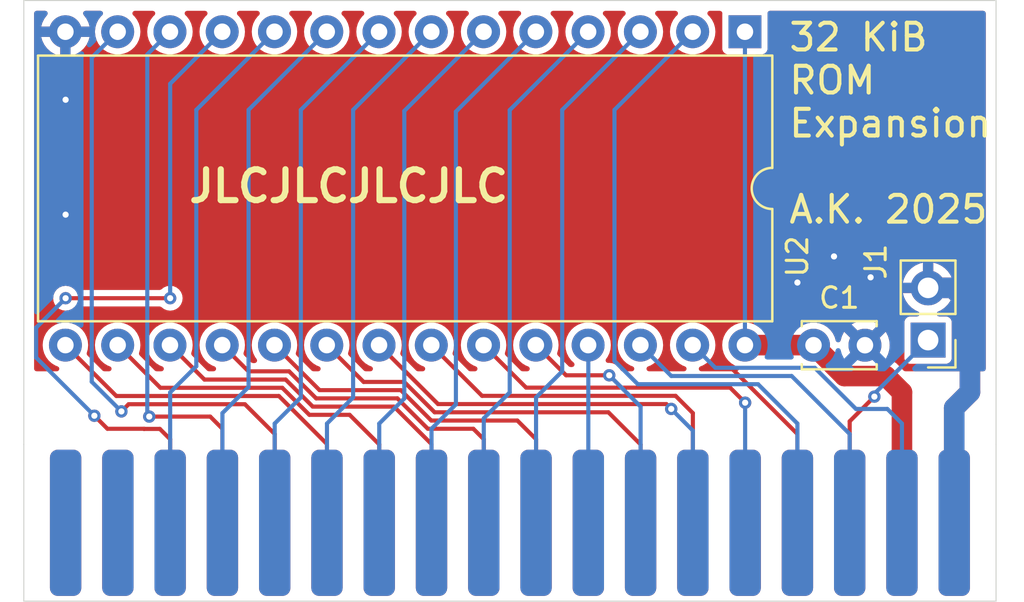
<source format=kicad_pcb>
(kicad_pcb (version 20240108) (generator "pcbnew") (generator_version "8.0")
  (layers (0 "F.Cu" signal) (31 "B.Cu" signal) (34 "B.Paste" user) (35 "F.Paste" user) (36 "B.SilkS" user "B.Silkscreen") (37 "F.SilkS" user "F.Silkscreen") (38 "B.Mask" user) (39 "F.Mask" user) (44 "Edge.Cuts" user))
  (net 0 "")
  (net 1 "GND")
  (net 2 "Net-(U1-A14)")
  (net 3 "VCC")
  (net 4 "Net-(J1-Pin_1)")
  (net 5 "Net-(U1-A12)")
  (net 6 "Net-(U1-D2)")
  (net 7 "Net-(U1-A2)")
  (net 8 "Net-(U1-D0)")
  (net 9 "Net-(U1-A1)")
  (net 10 "Net-(U1-A10)")
  (net 11 "Net-(U1-A3)")
  (net 13 "Net-(U1-A13)")
  (net 14 "Net-(U1-A7)")
  (net 15 "Net-(U1-A6)")
  (net 16 "Net-(U1-D3)")
  (net 18 "Net-(U1-D1)")
  (net 19 "Net-(U1-~{RD})")
  (net 20 "Net-(U1-A9)")
  (net 21 "Net-(U1-D7)")
  (net 22 "Net-(U1-~{CS})")
  (net 23 "Net-(U1-D4)")
  (net 24 "Net-(U1-A5)")
  (net 25 "Net-(U1-D6)")
  (net 26 "Net-(U1-A8)")
  (net 27 "Net-(U1-A11)")
  (net 28 "Net-(U1-A4)")
  (net 29 "Net-(U1-A0)")
  (net 30 "Net-(U1-D5)")
  (footprint "Connector_PinHeader_2.54mm:PinHeader_1x02_P2.54mm_Vertical" (layer "F.Cu") (at 124.46 67.569 180)
    (property "Reference" "J1" (at 2.54 3.815 90) (layer "F.SilkS"))
    (property "Value" "Conn_01x02")
    (fp_line (start 1.33 1.27) (end 1.33 3.87) (stroke (width 0.12)) (layer "F.SilkS"))
    (fp_line (start -1.33 3.87) (end 1.33 3.87) (stroke (width 0.12)) (layer "F.SilkS"))
    (fp_line (start -1.33 1.27) (end 1.33 1.27) (stroke (width 0.12)) (layer "F.SilkS"))
    (fp_line (start -1.33 1.27) (end -1.33 3.87) (stroke (width 0.12)) (layer "F.SilkS"))
    (fp_line (start -1.33 0) (end -1.33 -1.33) (stroke (width 0.12)) (layer "F.SilkS"))
    (fp_line (start -1.33 -1.33) (end 0 -1.33) (stroke (width 0.12)) (layer "F.SilkS"))
    (pad "1" thru_hole rect (at 0 0 180) (size 1.7 1.7) (drill 1) (layers "*.Cu" "*.Mask") (net 4 "Net-(J1-Pin_1)"))
    (pad "2" thru_hole oval (at 0 2.54 180) (size 1.7 1.7) (drill 1) (layers "*.Cu" "*.Mask") (net 1 "GND"))
  )
  (footprint "8bits:CART_FELLA_38" (layer "F.Cu") (at 104.14 76.2)
    (property "Reference" "U1" (hide yes))
    (property "Value" "~" (hide yes))
    (pad "1" connect roundrect (at -21.59 0.254) (size 1.524 7.112) (layers "B.Cu") (net 1 "GND"))
    (pad "2" connect roundrect (at -19.05 0.254) (size 1.524 7.112) (layers "B.Cu") (net 3 "VCC"))
    (pad "3" connect roundrect (at -16.51 0.254) (size 1.524 7.112) (layers "B.Cu") (net 29 "Net-(U1-A0)"))
    (pad "4" connect roundrect (at -13.97 0.254) (size 1.524 7.112) (layers "B.Cu") (net 9 "Net-(U1-A1)"))
    (pad "5" connect roundrect (at -11.43 0.254) (size 1.524 7.112) (layers "B.Cu") (net 7 "Net-(U1-A2)"))
    (pad "6" connect roundrect (at -8.89 0.254) (size 1.524 7.112) (layers "B.Cu") (net 11 "Net-(U1-A3)"))
    (pad "7" connect roundrect (at -6.35 0.254) (size 1.524 7.112) (layers "B.Cu") (net 28 "Net-(U1-A4)"))
    (pad "8" connect roundrect (at -3.81 0.254) (size 1.524 7.112) (layers "B.Cu") (net 24 "Net-(U1-A5)"))
    (pad "9" connect roundrect (at -1.27 0.254) (size 1.524 7.112) (layers "B.Cu") (net 15 "Net-(U1-A6)"))
    (pad "10" connect roundrect (at 1.27 0.254) (size 1.524 7.112) (layers "B.Cu") (net 14 "Net-(U1-A7)"))
    (pad "11" connect roundrect (at 3.81 0.254) (size 1.524 7.112) (layers "B.Cu") (net 26 "Net-(U1-A8)"))
    (pad "12" connect roundrect (at 6.35 0.254) (size 1.524 7.112) (layers "B.Cu") (net 20 "Net-(U1-A9)"))
    (pad "13" connect roundrect (at 8.89 0.254) (size 1.524 7.112) (layers "B.Cu") (net 10 "Net-(U1-A10)"))
    (pad "14" connect roundrect (at 11.43 0.254) (size 1.524 7.112) (layers "B.Cu") (net 27 "Net-(U1-A11)"))
    (pad "15" connect roundrect (at 13.97 0.254) (size 1.524 7.112) (layers "B.Cu") (net 5 "Net-(U1-A12)"))
    (pad "16" connect roundrect (at 16.51 0.254) (size 1.524 7.112) (layers "B.Cu") (net 13 "Net-(U1-A13)"))
    (pad "17" connect roundrect (at 19.05 0.254) (size 1.524 7.112) (layers "B.Cu") (net 2 "Net-(U1-A14)"))
    (pad "18" connect roundrect (at 21.59 0.254) (size 1.524 7.112) (layers "B.Cu") (net 1 "GND"))
    (pad "19" connect roundrect (at -21.59 0.254) (size 1.524 7.112) (layers "F.Cu") (net 1 "GND"))
    (pad "20" connect roundrect (at -19.05 0.254) (size 1.524 7.112) (layers "F.Cu") (net 3 "VCC"))
    (pad "21" connect roundrect (at -16.51 0.254) (size 1.524 7.112) (layers "F.Cu") (net 8 "Net-(U1-D0)"))
    (pad "22" connect roundrect (at -13.97 0.254) (size 1.524 7.112) (layers "F.Cu") (net 18 "Net-(U1-D1)"))
    (pad "23" connect roundrect (at -11.43 0.254) (size 1.524 7.112) (layers "F.Cu") (net 6 "Net-(U1-D2)"))
    (pad "24" connect roundrect (at -8.89 0.254) (size 1.524 7.112) (layers "F.Cu") (net 16 "Net-(U1-D3)"))
    (pad "25" connect roundrect (at -6.35 0.254) (size 1.524 7.112) (layers "F.Cu") (net 23 "Net-(U1-D4)"))
    (pad "26" connect roundrect (at -3.81 0.254) (size 1.524 7.112) (layers "F.Cu") (net 30 "Net-(U1-D5)"))
    (pad "27" connect roundrect (at -1.27 0.254) (size 1.524 7.112) (layers "F.Cu") (net 25 "Net-(U1-D6)"))
    (pad "28" connect roundrect (at 1.27 0.254) (size 1.524 7.112) (layers "F.Cu") (net 21 "Net-(U1-D7)"))
    (pad "29" connect roundrect (at 3.81 0.254) (size 1.524 7.112) (layers "F.Cu"))
    (pad "30" connect roundrect (at 6.35 0.254) (size 1.524 7.112) (layers "F.Cu") (net 22 "Net-(U1-~{CS})"))
    (pad "31" connect roundrect (at 8.89 0.254) (size 1.524 7.112) (layers "F.Cu") (net 19 "Net-(U1-~{RD})"))
    (pad "32" connect roundrect (at 11.43 0.254) (size 1.524 7.112) (layers "F.Cu"))
    (pad "33" connect roundrect (at 13.97 0.254) (size 1.524 7.112) (layers "F.Cu") (net 1 "GND"))
    (pad "34" connect roundrect (at 16.51 0.254) (size 1.524 7.112) (layers "F.Cu") (net 4 "Net-(J1-Pin_1)"))
    (pad "35" connect roundrect (at 19.05 0.254) (size 1.524 7.112) (layers "F.Cu") (net 3 "VCC"))
    (pad "36" connect roundrect (at 21.59 0.254) (size 1.524 7.112) (layers "F.Cu") (net 1 "GND"))
  )
  (footprint "Package_DIP:DIP-28_W15.24mm" (layer "F.Cu") (at 115.56 52.573 -90)
    (property "Reference" "U2" (at 10.927 -2.55 90) (layer "F.SilkS"))
    (property "Value" "27256")
    (fp_line (start 1.16 34.35) (end 14.08 34.35) (stroke (width 0.12)) (layer "F.SilkS"))
    (fp_line (start 14.08 34.35) (end 14.08 -1.33) (stroke (width 0.12)) (layer "F.SilkS"))
    (fp_line (start 1.16 -1.33) (end 1.16 34.35) (stroke (width 0.12)) (layer "F.SilkS"))
    (fp_line (start 6.62 -1.33) (end 1.16 -1.33) (stroke (width 0.12)) (layer "F.SilkS"))
    (fp_line (start 14.08 -1.33) (end 8.62 -1.33) (stroke (width 0.12)) (layer "F.SilkS"))
    (fp_arc (start 8.62 -1.33) (mid 7.62 -0.33) (end 6.62 -1.33) (stroke (width 0.12)) (layer "F.SilkS"))
    (pad "1" thru_hole rect (at 0 0 270) (size 1.6 1.6) (drill 0.8) (layers "*.Cu" "*.Mask") (net 3 "VCC"))
    (pad "2" thru_hole oval (at 0 2.54 270) (size 1.6 1.6) (drill 0.8) (layers "*.Cu" "*.Mask") (net 5 "Net-(U1-A12)"))
    (pad "3" thru_hole oval (at 0 5.08 270) (size 1.6 1.6) (drill 0.8) (layers "*.Cu" "*.Mask") (net 14 "Net-(U1-A7)"))
    (pad "4" thru_hole oval (at 0 7.62 270) (size 1.6 1.6) (drill 0.8) (layers "*.Cu" "*.Mask") (net 15 "Net-(U1-A6)"))
    (pad "5" thru_hole oval (at 0 10.16 270) (size 1.6 1.6) (drill 0.8) (layers "*.Cu" "*.Mask") (net 24 "Net-(U1-A5)"))
    (pad "6" thru_hole oval (at 0 12.7 270) (size 1.6 1.6) (drill 0.8) (layers "*.Cu" "*.Mask") (net 28 "Net-(U1-A4)"))
    (pad "7" thru_hole oval (at 0 15.24 270) (size 1.6 1.6) (drill 0.8) (layers "*.Cu" "*.Mask") (net 11 "Net-(U1-A3)"))
    (pad "8" thru_hole oval (at 0 17.78 270) (size 1.6 1.6) (drill 0.8) (layers "*.Cu" "*.Mask") (net 7 "Net-(U1-A2)"))
    (pad "9" thru_hole oval (at 0 20.32 270) (size 1.6 1.6) (drill 0.8) (layers "*.Cu" "*.Mask") (net 9 "Net-(U1-A1)"))
    (pad "10" thru_hole oval (at 0 22.86 270) (size 1.6 1.6) (drill 0.8) (layers "*.Cu" "*.Mask") (net 29 "Net-(U1-A0)"))
    (pad "11" thru_hole oval (at 0 25.4 270) (size 1.6 1.6) (drill 0.8) (layers "*.Cu" "*.Mask") (net 8 "Net-(U1-D0)"))
    (pad "12" thru_hole oval (at 0 27.94 270) (size 1.6 1.6) (drill 0.8) (layers "*.Cu" "*.Mask") (net 18 "Net-(U1-D1)"))
    (pad "13" thru_hole oval (at 0 30.48 270) (size 1.6 1.6) (drill 0.8) (layers "*.Cu" "*.Mask") (net 6 "Net-(U1-D2)"))
    (pad "14" thru_hole oval (at 0 33.02 270) (size 1.6 1.6) (drill 0.8) (layers "*.Cu" "*.Mask") (net 1 "GND"))
    (pad "15" thru_hole oval (at 15.24 33.02 270) (size 1.6 1.6) (drill 0.8) (layers "*.Cu" "*.Mask") (net 16 "Net-(U1-D3)"))
    (pad "16" thru_hole oval (at 15.24 30.48 270) (size 1.6 1.6) (drill 0.8) (layers "*.Cu" "*.Mask") (net 23 "Net-(U1-D4)"))
    (pad "17" thru_hole oval (at 15.24 27.94 270) (size 1.6 1.6) (drill 0.8) (layers "*.Cu" "*.Mask") (net 30 "Net-(U1-D5)"))
    (pad "18" thru_hole oval (at 15.24 25.4 270) (size 1.6 1.6) (drill 0.8) (layers "*.Cu" "*.Mask") (net 25 "Net-(U1-D6)"))
    (pad "19" thru_hole oval (at 15.24 22.86 270) (size 1.6 1.6) (drill 0.8) (layers "*.Cu" "*.Mask") (net 21 "Net-(U1-D7)"))
    (pad "20" thru_hole oval (at 15.24 20.32 270) (size 1.6 1.6) (drill 0.8) (layers "*.Cu" "*.Mask") (net 22 "Net-(U1-~{CS})"))
    (pad "21" thru_hole oval (at 15.24 17.78 270) (size 1.6 1.6) (drill 0.8) (layers "*.Cu" "*.Mask") (net 10 "Net-(U1-A10)"))
    (pad "22" thru_hole oval (at 15.24 15.24 270) (size 1.6 1.6) (drill 0.8) (layers "*.Cu" "*.Mask") (net 19 "Net-(U1-~{RD})"))
    (pad "23" thru_hole oval (at 15.24 12.7 270) (size 1.6 1.6) (drill 0.8) (layers "*.Cu" "*.Mask") (net 27 "Net-(U1-A11)"))
    (pad "24" thru_hole oval (at 15.24 10.16 270) (size 1.6 1.6) (drill 0.8) (layers "*.Cu" "*.Mask") (net 20 "Net-(U1-A9)"))
    (pad "25" thru_hole oval (at 15.24 7.62 270) (size 1.6 1.6) (drill 0.8) (layers "*.Cu" "*.Mask") (net 26 "Net-(U1-A8)"))
    (pad "26" thru_hole oval (at 15.24 5.08 270) (size 1.6 1.6) (drill 0.8) (layers "*.Cu" "*.Mask") (net 13 "Net-(U1-A13)"))
    (pad "27" thru_hole oval (at 15.24 2.54 270) (size 1.6 1.6) (drill 0.8) (layers "*.Cu" "*.Mask") (net 2 "Net-(U1-A14)"))
    (pad "28" thru_hole oval (at 15.24 0 270) (size 1.6 1.6) (drill 0.8) (layers "*.Cu" "*.Mask") (net 3 "VCC"))
  )
  (footprint "Capacitor_THT:C_Disc_D3.4mm_W2.1mm_P2.50mm" (layer "F.Cu") (at 118.892 67.818)
    (property "Reference" "C1" (at 1.25 -2.3 0) (layer "F.SilkS"))
    (property "Value" "100n")
    (fp_line (start -0.57 -1.17) (end -0.57 -0.925) (stroke (width 0.12)) (layer "F.SilkS"))
    (fp_line (start -0.57 -1.17) (end 3.07 -1.17) (stroke (width 0.12)) (layer "F.SilkS"))
    (fp_line (start -0.57 0.925) (end -0.57 1.17) (stroke (width 0.12)) (layer "F.SilkS"))
    (fp_line (start -0.57 1.17) (end 3.07 1.17) (stroke (width 0.12)) (layer "F.SilkS"))
    (fp_line (start 3.07 -1.17) (end 3.07 -0.925) (stroke (width 0.12)) (layer "F.SilkS"))
    (fp_line (start 3.07 0.925) (end 3.07 1.17) (stroke (width 0.12)) (layer "F.SilkS"))
    (pad "1" thru_hole circle (at 0 0) (size 1.6 1.6) (drill 0.8) (layers "*.Cu" "*.Mask") (net 3 "VCC"))
    (pad "2" thru_hole circle (at 2.5 0) (size 1.6 1.6) (drill 0.8) (layers "*.Cu" "*.Mask") (net 1 "GND"))
  )
  (gr_line (start 80.518 80.264) (end 127.762 80.264) (stroke (width 0.05)) (layer "Edge.Cuts"))
  (gr_line (start 127.762 51.054) (end 127.762 72.644) (stroke (width 0.05)) (layer "Edge.Cuts"))
  (gr_line (start 127.762 80.264) (end 127.762 72.644) (stroke (width 0.05)) (layer "Edge.Cuts"))
  (gr_line (start 80.518 72.644) (end 80.518 51.054) (stroke (width 0.05)) (layer "Edge.Cuts"))
  (gr_line (start 80.518 51.054) (end 127.762 51.054) (stroke (width 0.05)) (layer "Edge.Cuts"))
  (gr_line (start 80.518 72.644) (end 80.518 80.264) (stroke (width 0.05)) (layer "Edge.Cuts"))
  (gr_text "32 KiB\nROM\nExpansion\n\nA.K. 2025" (at 117.602 61.976 0) (layer "F.SilkS") (effects (font (size 1.3 1.3) (thickness 0.2)) (justify left bottom)))
  (gr_text "JLCJLCJLCJLC" (at 88.392 60.96 0) (layer "F.SilkS") (effects (font (size 1.5 1.5) (thickness 0.3) (bold yes)) (justify left bottom)))
  (segment (start 126.492 70.104) (end 126.492 65.858919) (width 1) (layer "F.Cu") (net 1))
  (segment (start 125.73 76.454) (end 125.73 70.866) (width 1) (layer "F.Cu") (net 1))
  (segment (start 118.11 76.454) (end 118.11 72.136) (width 0.2) (layer "F.Cu") (net 1))
  (segment (start 125.662081 65.029) (end 124.46 65.029) (width 1) (layer "F.Cu") (net 1))
  (segment (start 118.11 72.136) (end 114.3 68.326) (width 0.2) (layer "F.Cu") (net 1))
  (segment (start 126.492 65.858919) (end 125.662081 65.029) (width 1) (layer "F.Cu") (net 1))
  (segment (start 114.3 68.326) (end 114.3 67.31) (width 0.2) (layer "F.Cu") (net 1))
  (segment (start 125.73 70.866) (end 126.492 70.104) (width 1) (layer "F.Cu") (net 1))
  (via (at 82.55 55.88) (size 0.6) (drill 0.3) (layers "F.Cu" "B.Cu") (net 1))
  (via (at 82.55 61.468) (size 0.6) (drill 0.3) (layers "F.Cu" "B.Cu") (net 1))
  (via (at 118.11 64.77) (size 0.6) (drill 0.3) (layers "F.Cu" "B.Cu") (net 1))
  (via (at 121.666 64.516) (size 0.6) (drill 0.3) (layers "F.Cu" "B.Cu") (net 1))
  (via (at 119.888 63.5) (size 0.6) (drill 0.3) (layers "F.Cu" "B.Cu") (net 1))
  (segment (start 125.73 76.454) (end 125.73 70.866) (width 1) (layer "B.Cu") (net 1))
  (segment (start 125.662081 65.029) (end 124.46 65.029) (width 1) (layer "B.Cu") (net 1))
  (segment (start 126.492 65.858919) (end 125.662081 65.029) (width 1) (layer "B.Cu") (net 1))
  (segment (start 126.492 70.104) (end 126.492 65.858919) (width 1) (layer "B.Cu") (net 1))
  (segment (start 125.73 70.866) (end 126.492 70.104) (width 1) (layer "B.Cu") (net 1))
  (segment (start 114.1217 68.9147) (end 118.433065 68.9147) (width 0.2) (layer "B.Cu") (net 2))
  (segment (start 118.956 68.918) (end 120.956 70.918) (width 0.2) (layer "B.Cu") (net 2))
  (segment (start 118.436365 68.918) (end 118.956 68.918) (width 0.2) (layer "B.Cu") (net 2))
  (segment (start 118.433065 68.9147) (end 118.436365 68.918) (width 0.2) (layer "B.Cu") (net 2))
  (segment (start 122.48 70.918) (end 123.19 71.628) (width 0.2) (layer "B.Cu") (net 2))
  (segment (start 123.19 71.628) (end 123.19 76.454) (width 0.2) (layer "B.Cu") (net 2))
  (segment (start 120.956 70.918) (end 122.48 70.918) (width 0.2) (layer "B.Cu") (net 2))
  (segment (start 113.02 67.813) (end 114.1217 68.9147) (width 0.2) (layer "B.Cu") (net 2))
  (segment (start 118.887 67.813) (end 118.892 67.818) (width 1) (layer "F.Cu") (net 3))
  (segment (start 123.19 70.104) (end 123.19 76.454) (width 1) (layer "F.Cu") (net 3))
  (segment (start 118.892 67.818) (end 120.392 69.318) (width 1) (layer "F.Cu") (net 3))
  (segment (start 122.404 69.318) (end 123.19 70.104) (width 1) (layer "F.Cu") (net 3))
  (segment (start 115.56 67.813) (end 118.887 67.813) (width 1) (layer "F.Cu") (net 3))
  (segment (start 120.392 69.318) (end 122.404 69.318) (width 1) (layer "F.Cu") (net 3))
  (segment (start 115.56 52.573) (end 115.56 67.813) (width 0.2) (layer "B.Cu") (net 3))
  (segment (start 120.65 71.518393) (end 120.65 76.454) (width 0.2) (layer "F.Cu") (net 4))
  (segment (start 121.850393 70.318) (end 120.65 71.518393) (width 0.2) (layer "F.Cu") (net 4))
  (via (at 121.850393 70.318) (size 0.6) (drill 0.3) (layers "F.Cu" "B.Cu") (net 4))
  (segment (start 124.46 67.569) (end 121.850393 70.178607) (width 0.2) (layer "B.Cu") (net 4))
  (segment (start 121.850393 70.178607) (end 121.850393 70.318) (width 0.2) (layer "B.Cu") (net 4))
  (segment (start 109.22 56.373) (end 113.02 52.573) (width 0.2) (layer "B.Cu") (net 5))
  (segment (start 109.22 68.58) (end 109.22 56.373) (width 0.2) (layer "B.Cu") (net 5))
  (segment (start 110.3547 69.7147) (end 109.22 68.58) (width 0.2) (layer "B.Cu") (net 5))
  (segment (start 118.11 71.628) (end 116.1967 69.7147) (width 0.2) (layer "B.Cu") (net 5))
  (segment (start 118.11 76.454) (end 118.11 71.628) (width 0.2) (layer "B.Cu") (net 5))
  (segment (start 116.1967 69.7147) (end 110.3547 69.7147) (width 0.2) (layer "B.Cu") (net 5))
  (segment (start 92.71 72.136) (end 92.71 76.454) (width 0.2) (layer "F.Cu") (net 6))
  (segment (start 91.262 70.688) (end 92.71 72.136) (width 0.2) (layer "F.Cu") (net 6))
  (segment (start 85.6102 70.688) (end 91.262 70.688) (width 0.2) (layer "F.Cu") (net 6))
  (segment (start 85.2611 71.0371) (end 85.6102 70.688) (width 0.2) (layer "F.Cu") (net 6))
  (via (at 85.2611 71.0371) (size 0.6) (drill 0.3) (layers "F.Cu" "B.Cu") (net 6))
  (segment (start 83.82 69.596) (end 83.82 53.833) (width 0.2) (layer "B.Cu") (net 6))
  (segment (start 85.2611 71.0371) (end 83.82 69.596) (width 0.2) (layer "B.Cu") (net 6))
  (segment (start 83.82 53.833) (end 85.08 52.573) (width 0.2) (layer "B.Cu") (net 6))
  (segment (start 93.98 70.358) (end 93.98 56.373) (width 0.2) (layer "B.Cu") (net 7))
  (segment (start 92.71 71.628) (end 93.98 70.358) (width 0.2) (layer "B.Cu") (net 7))
  (segment (start 93.98 56.373) (end 97.78 52.573) (width 0.2) (layer "B.Cu") (net 7))
  (segment (start 92.71 76.454) (end 92.71 71.628) (width 0.2) (layer "B.Cu") (net 7))
  (segment (start 82.55 65.532) (end 87.63 65.532) (width 0.2) (layer "F.Cu") (net 8))
  (segment (start 84.582 71.882) (end 86.359471 71.882) (width 0.2) (layer "F.Cu") (net 8))
  (segment (start 83.947 71.247) (end 84.582 71.882) (width 0.2) (layer "F.Cu") (net 8))
  (segment (start 86.365471 71.888) (end 87.128 71.888) (width 0.2) (layer "F.Cu") (net 8))
  (segment (start 86.359471 71.882) (end 86.365471 71.888) (width 0.2) (layer "F.Cu") (net 8))
  (segment (start 87.128 71.888) (end 87.63 72.39) (width 0.2) (layer "F.Cu") (net 8))
  (segment (start 87.63 72.39) (end 87.63 76.454) (width 0.2) (layer "F.Cu") (net 8))
  (via (at 82.55 65.532) (size 0.6) (drill 0.3) (layers "F.Cu" "B.Cu") (net 8))
  (via (at 87.63 65.532) (size 0.6) (drill 0.3) (layers "F.Cu" "B.Cu") (net 8))
  (via (at 83.947 71.247) (size 0.6) (drill 0.3) (layers "F.Cu" "B.Cu") (net 8))
  (segment (start 81.118 66.964) (end 82.55 65.532) (width 0.2) (layer "B.Cu") (net 8))
  (segment (start 83.947 71.247) (end 81.118 68.418) (width 0.2) (layer "B.Cu") (net 8))
  (segment (start 81.118 68.418) (end 81.118 66.964) (width 0.2) (layer "B.Cu") (net 8))
  (segment (start 87.63 55.103) (end 90.16 52.573) (width 0.2) (layer "B.Cu") (net 8))
  (segment (start 87.63 65.532) (end 87.63 55.103) (width 0.2) (layer "B.Cu") (net 8))
  (segment (start 90.17 71.12) (end 90.17 76.454) (width 0.2) (layer "B.Cu") (net 9))
  (segment (start 91.44 69.85) (end 90.17 71.12) (width 0.2) (layer "B.Cu") (net 9))
  (segment (start 91.44 56.373) (end 91.44 69.85) (width 0.2) (layer "B.Cu") (net 9))
  (segment (start 95.24 52.573) (end 91.44 56.373) (width 0.2) (layer "B.Cu") (net 9))
  (segment (start 111.978135 70.916665) (end 111.74227 70.6808) (width 0.2) (layer "F.Cu") (net 10))
  (segment (start 100.6478 70.6808) (end 97.78 67.813) (width 0.2) (layer "F.Cu") (net 10))
  (segment (start 111.74227 70.6808) (end 100.6478 70.6808) (width 0.2) (layer "F.Cu") (net 10))
  (via (at 111.978135 70.916665) (size 0.6) (drill 0.3) (layers "F.Cu" "B.Cu") (net 10))
  (segment (start 113.03 71.96853) (end 113.03 76.454) (width 0.2) (layer "B.Cu") (net 10))
  (segment (start 111.978135 70.916665) (end 113.03 71.96853) (width 0.2) (layer "B.Cu") (net 10))
  (segment (start 100.32 52.573) (end 96.52 56.373) (width 0.2) (layer "B.Cu") (net 11))
  (segment (start 96.52 56.373) (end 96.52 70.358) (width 0.2) (layer "B.Cu") (net 11))
  (segment (start 95.25 71.628) (end 95.25 76.454) (width 0.2) (layer "B.Cu") (net 11))
  (segment (start 96.52 70.358) (end 95.25 71.628) (width 0.2) (layer "B.Cu") (net 11))
  (segment (start 111.9817 69.3147) (end 110.48 67.813) (width 0.2) (layer "B.Cu") (net 13))
  (segment (start 120.65 72.136) (end 117.8287 69.3147) (width 0.2) (layer "B.Cu") (net 13))
  (segment (start 120.65 76.454) (end 120.65 72.136) (width 0.2) (layer "B.Cu") (net 13))
  (segment (start 117.8287 69.3147) (end 111.9817 69.3147) (width 0.2) (layer "B.Cu") (net 13))
  (segment (start 110.48 52.573) (end 106.68 56.373) (width 0.2) (layer "B.Cu") (net 14))
  (segment (start 106.68 56.373) (end 106.68 69.088) (width 0.2) (layer "B.Cu") (net 14))
  (segment (start 106.68 69.088) (end 105.41 70.358) (width 0.2) (layer "B.Cu") (net 14))
  (segment (start 105.41 70.358) (end 105.41 76.454) (width 0.2) (layer "B.Cu") (net 14))
  (segment (start 104.13 56.383) (end 104.13 70.114) (width 0.2) (layer "B.Cu") (net 15))
  (segment (start 104.13 70.114) (end 102.87 71.374) (width 0.2) (layer "B.Cu") (net 15))
  (segment (start 107.94 52.573) (end 104.13 56.383) (width 0.2) (layer "B.Cu") (net 15))
  (segment (start 102.87 71.374) (end 102.87 76.454) (width 0.2) (layer "B.Cu") (net 15))
  (segment (start 95.25 72.625744) (end 95.25 76.454) (width 0.2) (layer "F.Cu") (net 16))
  (segment (start 85.015 70.288) (end 92.912256 70.288) (width 0.2) (layer "F.Cu") (net 16))
  (segment (start 92.912256 70.288) (end 95.25 72.625744) (width 0.2) (layer "F.Cu") (net 16))
  (segment (start 82.54 67.813) (end 85.015 70.288) (width 0.2) (layer "F.Cu") (net 16))
  (segment (start 86.614 71.288) (end 89.576 71.288) (width 0.2) (layer "F.Cu") (net 18))
  (segment (start 89.576 71.288) (end 90.17 71.882) (width 0.2) (layer "F.Cu") (net 18))
  (segment (start 90.17 71.882) (end 90.17 76.454) (width 0.2) (layer "F.Cu") (net 18))
  (via (at 86.614 71.288) (size 0.6) (drill 0.3) (layers "F.Cu" "B.Cu") (net 18))
  (segment (start 86.5183 71.1923) (end 86.5183 53.6747) (width 0.2) (layer "B.Cu") (net 18))
  (segment (start 86.614 71.288) (end 86.5183 71.1923) (width 0.2) (layer "B.Cu") (net 18))
  (segment (start 86.5183 53.6747) (end 87.62 52.573) (width 0.2) (layer "B.Cu") (net 18))
  (segment (start 102.7878 70.2808) (end 100.32 67.813) (width 0.2) (layer "F.Cu") (net 19))
  (segment (start 113.03 71.12) (end 112.1908 70.2808) (width 0.2) (layer "F.Cu") (net 19))
  (segment (start 112.1908 70.2808) (end 102.7878 70.2808) (width 0.2) (layer "F.Cu") (net 19))
  (segment (start 113.03 76.454) (end 113.03 71.12) (width 0.2) (layer "F.Cu") (net 19))
  (segment (start 108.966 69.2808) (end 106.8678 69.2808) (width 0.2) (layer "F.Cu") (net 20))
  (segment (start 106.8678 69.2808) (end 105.4 67.813) (width 0.2) (layer "F.Cu") (net 20))
  (via (at 108.966 69.2808) (size 0.6) (drill 0.3) (layers "F.Cu" "B.Cu") (net 20))
  (segment (start 110.49 70.8048) (end 110.49 76.454) (width 0.2) (layer "B.Cu") (net 20))
  (segment (start 108.966 69.2808) (end 110.49 70.8048) (width 0.2) (layer "B.Cu") (net 20))
  (segment (start 104.5008 71.4808) (end 100.316428 71.4808) (width 0.2) (layer "F.Cu") (net 21))
  (segment (start 105.41 72.39) (end 104.5008 71.4808) (width 0.2) (layer "F.Cu") (net 21))
  (segment (start 100.316428 71.4808) (end 98.838928 70.0033) (width 0.2) (layer "F.Cu") (net 21))
  (segment (start 94.8903 70.0033) (end 92.7 67.813) (width 0.2) (layer "F.Cu") (net 21))
  (segment (start 98.838928 70.0033) (end 94.8903 70.0033) (width 0.2) (layer "F.Cu") (net 21))
  (segment (start 105.41 76.454) (end 105.41 72.39) (width 0.2) (layer "F.Cu") (net 21))
  (segment (start 110.49 72.644) (end 110.49 76.454) (width 0.2) (layer "F.Cu") (net 22))
  (segment (start 99.004614 69.6033) (end 100.482114 71.0808) (width 0.2) (layer "F.Cu") (net 22))
  (segment (start 100.482114 71.0808) (end 108.9268 71.0808) (width 0.2) (layer "F.Cu") (net 22))
  (segment (start 95.24 67.813) (end 97.0303 69.6033) (width 0.2) (layer "F.Cu") (net 22))
  (segment (start 97.0303 69.6033) (end 99.004614 69.6033) (width 0.2) (layer "F.Cu") (net 22))
  (segment (start 108.9268 71.0808) (end 110.49 72.644) (width 0.2) (layer "F.Cu") (net 22))
  (segment (start 93.077942 69.888) (end 94.393242 71.2033) (width 0.2) (layer "F.Cu") (net 23))
  (segment (start 96.3493 71.2033) (end 97.79 72.644) (width 0.2) (layer "F.Cu") (net 23))
  (segment (start 85.08 67.813) (end 87.155 69.888) (width 0.2) (layer "F.Cu") (net 23))
  (segment (start 94.393242 71.2033) (end 96.3493 71.2033) (width 0.2) (layer "F.Cu") (net 23))
  (segment (start 87.155 69.888) (end 93.077942 69.888) (width 0.2) (layer "F.Cu") (net 23))
  (segment (start 97.79 72.644) (end 97.79 76.454) (width 0.2) (layer "F.Cu") (net 23))
  (segment (start 101.5152 70.6968) (end 100.33 71.882) (width 0.2) (layer "B.Cu") (net 24))
  (segment (start 100.33 71.882) (end 100.33 76.454) (width 0.2) (layer "B.Cu") (net 24))
  (segment (start 101.5152 56.4578) (end 101.5152 70.6968) (width 0.2) (layer "B.Cu") (net 24))
  (segment (start 105.4 52.573) (end 101.5152 56.4578) (width 0.2) (layer "B.Cu") (net 24))
  (segment (start 93.409314 69.088) (end 91.435 69.088) (width 0.2) (layer "F.Cu") (net 25))
  (segment (start 102.87 76.454) (end 102.87 72.39) (width 0.2) (layer "F.Cu") (net 25))
  (segment (start 100.150742 71.8808) (end 98.673242 70.4033) (width 0.2) (layer "F.Cu") (net 25))
  (segment (start 98.673242 70.4033) (end 94.724614 70.4033) (width 0.2) (layer "F.Cu") (net 25))
  (segment (start 94.724614 70.4033) (end 93.409314 69.088) (width 0.2) (layer "F.Cu") (net 25))
  (segment (start 102.3608 71.8808) (end 100.150742 71.8808) (width 0.2) (layer "F.Cu") (net 25))
  (segment (start 91.435 69.088) (end 90.16 67.813) (width 0.2) (layer "F.Cu") (net 25))
  (segment (start 102.87 72.39) (end 102.3608 71.8808) (width 0.2) (layer "F.Cu") (net 25))
  (segment (start 107.95 67.823) (end 107.95 76.454) (width 0.2) (layer "B.Cu") (net 26))
  (segment (start 107.94 67.813) (end 107.95 67.823) (width 0.2) (layer "B.Cu") (net 26))
  (segment (start 115.57 70.612) (end 114.8388 69.8808) (width 0.2) (layer "F.Cu") (net 27))
  (segment (start 114.8388 69.8808) (end 104.9278 69.8808) (width 0.2) (layer "F.Cu") (net 27))
  (segment (start 104.9278 69.8808) (end 102.86 67.813) (width 0.2) (layer "F.Cu") (net 27))
  (via (at 115.57 70.612) (size 0.6) (drill 0.3) (layers "F.Cu" "B.Cu") (net 27))
  (segment (start 115.57 70.612) (end 115.57 76.454) (width 0.2) (layer "B.Cu") (net 27))
  (segment (start 97.79 71.628) (end 99.0076 70.4104) (width 0.2) (layer "B.Cu") (net 28))
  (segment (start 99.0076 56.4254) (end 102.86 52.573) (width 0.2) (layer "B.Cu") (net 28))
  (segment (start 99.0076 70.4104) (end 99.0076 56.4254) (width 0.2) (layer "B.Cu") (net 28))
  (segment (start 97.79 76.454) (end 97.79 71.628) (width 0.2) (layer "B.Cu") (net 28))
  (segment (start 88.9 56.373) (end 92.7 52.573) (width 0.2) (layer "B.Cu") (net 29))
  (segment (start 87.63 76.454) (end 87.63 70.112318) (width 0.2) (layer "B.Cu") (net 29))
  (segment (start 87.63 70.112318) (end 88.9 68.842318) (width 0.2) (layer "B.Cu") (net 29))
  (segment (start 88.9 68.842318) (end 88.9 56.373) (width 0.2) (layer "B.Cu") (net 29))
  (segment (start 89.295 69.488) (end 87.62 67.813) (width 0.2) (layer "F.Cu") (net 30))
  (segment (start 93.243628 69.488) (end 89.295 69.488) (width 0.2) (layer "F.Cu") (net 30))
  (segment (start 100.33 72.625744) (end 98.507556 70.8033) (width 0.2) (layer "F.Cu") (net 30))
  (segment (start 100.33 76.454) (end 100.33 72.625744) (width 0.2) (layer "F.Cu") (net 30))
  (segment (start 98.507556 70.8033) (end 94.558928 70.8033) (width 0.2) (layer "F.Cu") (net 30))
  (segment (start 94.558928 70.8033) (end 93.243628 69.488) (width 0.2) (layer "F.Cu") (net 30))
  (zone (net 1) (net_name "GND") (layers "F&B.Cu") (connect_pads (clearance 0.3)) (min_thickness 0.25) (fill yes (thermal_gap 0.4) (thermal_bridge_width 0.5))
    (polygon (pts (xy 80.518 69.088) (xy 127.762 69.088) (xy 127.762 51.054) (xy 80.518 51.054)))
  )
)
</source>
